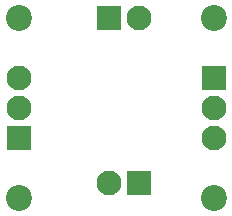
<source format=gbr>
%TF.GenerationSoftware,KiCad,Pcbnew,(6.0.7)*%
%TF.CreationDate,2022-11-13T21:56:09+01:00*%
%TF.ProjectId,LED Matrix,4c454420-4d61-4747-9269-782e6b696361,rev?*%
%TF.SameCoordinates,Original*%
%TF.FileFunction,Soldermask,Bot*%
%TF.FilePolarity,Negative*%
%FSLAX46Y46*%
G04 Gerber Fmt 4.6, Leading zero omitted, Abs format (unit mm)*
G04 Created by KiCad (PCBNEW (6.0.7)) date 2022-11-13 21:56:09*
%MOMM*%
%LPD*%
G01*
G04 APERTURE LIST*
%ADD10C,2.200000*%
%ADD11R,2.100000X2.100000*%
%ADD12C,2.100000*%
G04 APERTURE END LIST*
D10*
%TO.C,REF\u002A\u002A*%
X114300000Y-97790000D03*
%TD*%
%TO.C,REF\u002A\u002A*%
X130810000Y-97790000D03*
%TD*%
%TO.C,REF\u002A\u002A*%
X130810000Y-82550000D03*
%TD*%
%TO.C,REF\u002A\u002A*%
X114300000Y-82550000D03*
%TD*%
D11*
%TO.C,Out*%
X130810000Y-87630000D03*
D12*
X130810000Y-90170000D03*
X130810000Y-92710000D03*
%TD*%
D11*
%TO.C,Top*%
X121920000Y-82550000D03*
D12*
X124460000Y-82550000D03*
%TD*%
D11*
%TO.C,Bottom*%
X124460000Y-96520000D03*
D12*
X121920000Y-96520000D03*
%TD*%
D11*
%TO.C,In*%
X114300000Y-92710000D03*
D12*
X114300000Y-90170000D03*
X114300000Y-87630000D03*
%TD*%
M02*

</source>
